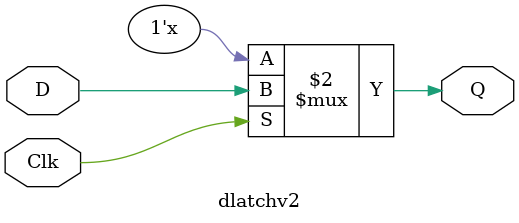
<source format=v>
module dlatchv2(
	input Clk,
	input D, 
	output reg Q
	);
	
	always @(*) begin
		if(Clk)
			Q <= D;
	end
	
endmodule
</source>
